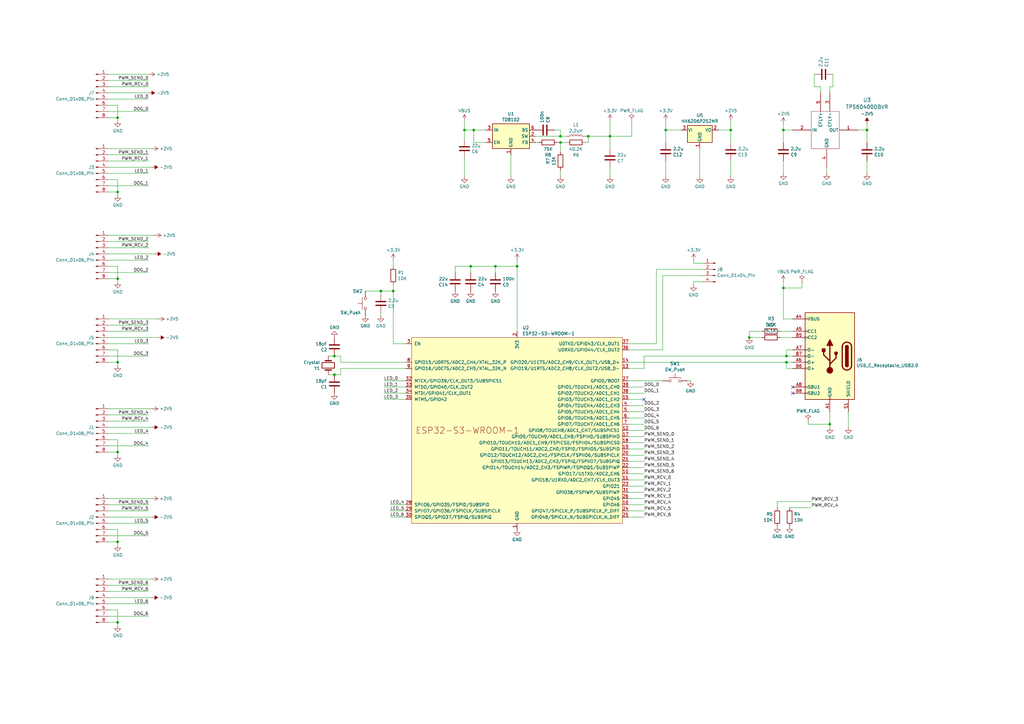
<source format=kicad_sch>
(kicad_sch (version 20230121) (generator eeschema)
  (paper "A3")
  (title_block (title "Timergate-Receiver") (date "2023-11-14") (rev "A0"))
  (lib_symbols
    (symbol "Connector:Conn_01x04_Pin" (pin_names (offset 1.016) hide)
      (property "Reference" "J" (at 0 5.08 0))
      (property "Value" "Conn_01x04_Pin" (at 0 -7.62 0))
      (symbol "Conn_01x04_Pin_1_1"
        (pin passive line (at 5.08 2.54 180) (length 3.81) (name "Pin_1") (number "1"))
        (pin passive line (at 5.08 0 180) (length 3.81) (name "Pin_2") (number "2"))
        (pin passive line (at 5.08 -2.54 180) (length 3.81) (name "Pin_3") (number "3"))
        (pin passive line (at 5.08 -5.08 180) (length 3.81) (name "Pin_4") (number "4"))
      )
    )
    (symbol "Connector:Conn_01x08_Pin" (pin_names (offset 1.016) hide)
      (property "Reference" "J" (at 0 10.16 0))
      (property "Value" "Conn_01x08_Pin" (at 0 -12.7 0))
      (symbol "Conn_01x08_Pin_1_1"
        (pin passive line (at 5.08 7.62 180) (length 3.81) (name "Pin_1") (number "1"))
        (pin passive line (at 5.08 5.08 180) (length 3.81) (name "Pin_2") (number "2"))
        (pin passive line (at 5.08 2.54 180) (length 3.81) (name "Pin_3") (number "3"))
        (pin passive line (at 5.08 0 180) (length 3.81) (name "Pin_4") (number "4"))
        (pin passive line (at 5.08 -2.54 180) (length 3.81) (name "Pin_5") (number "5"))
        (pin passive line (at 5.08 -5.08 180) (length 3.81) (name "Pin_6") (number "6"))
        (pin passive line (at 5.08 -7.62 180) (length 3.81) (name "Pin_7") (number "7"))
        (pin passive line (at 5.08 -10.16 180) (length 3.81) (name "Pin_8") (number "8"))
      )
    )
    (symbol "Devent:TD8102"
      (property "Reference" "U" (at -7.62 6.35 0))
      (property "Value" "TD8102" (at 0 6.35 0))
      (symbol "TD8102_1_1"
        (pin power_in line (at 0 -7.62 90) (length 2.54) (name "GND") (number "1"))
        (pin passive line (at 10.16 0 180) (length 2.54) (name "SW") (number "2"))
        (pin power_in line (at -10.16 2.54 0) (length 2.54) (name "IN") (number "3"))
        (pin input line (at 10.16 -2.54 180) (length 2.54) (name "FB") (number "4"))
        (pin input line (at -10.16 -2.54 0) (length 2.54) (name "EN") (number "5"))
        (pin passive line (at 10.16 2.54 180) (length 2.54) (name "BS") (number "6"))
      )
    )
    (symbol "Devent:TPS60400DBVR" (pin_names (offset 0.254))
      (property "Reference" "U" (at 13.97 8.89 0))
      (property "Value" "TPS60400DBVR" (at 13.97 6.35 0))
      (symbol "TPS60400DBVR_1_1"
        (pin power_out line (at 26.67 -2.54 180) (length 7.62) (name "OUT") (number "1"))
        (pin power_in line (at 0 -2.54 0) (length 7.62) (name "IN") (number "2"))
        (pin passive line (at 15.24 12.7 270) (length 7.62) (name "CFLY-") (number "3"))
        (pin power_in line (at 13.97 -17.78 90) (length 7.62) (name "GND") (number "4"))
        (pin passive line (at 11.43 12.7 270) (length 7.62) (name "CFLY+") (number "5"))
      )
    )
    (symbol "Devent:USB_C_Receptacle_USB2.0" (pin_names (offset 1.016))
      (property "Reference" "J6" (at -10.922 -1.5494 0))
      (property "Value" "USB_C_Receptacle_USB2.0" (at -10.922 -3.8608 0))
      (symbol "USB_C_Receptacle_USB2.0_1_1"
        (pin power_in line (at 0 -22.86 90) (length 5.08) (name "GND") (number "A1"))
        (pin passive line (at 0 -22.86 90) (length 5.08) hide (name "GND") (number "A12"))
        (pin power_in line (at 15.24 15.24 180) (length 5.08) (name "VBUS") (number "A4"))
        (pin bidirectional line (at 15.24 10.16 180) (length 5.08) (name "CC1") (number "A5"))
        (pin bidirectional line (at 15.24 -2.54 180) (length 5.08) (name "D+") (number "A6"))
        (pin bidirectional line (at 15.24 2.54 180) (length 5.08) (name "D-") (number "A7"))
        (pin bidirectional line (at 15.24 -12.7 180) (length 5.08) (name "SBU1") (number "A8"))
        (pin passive line (at 15.24 15.24 180) (length 5.08) hide (name "VBUS") (number "A9"))
        (pin bidirectional line (at 15.24 7.62 180) (length 5.08) (name "CC2") (number "B5"))
        (pin bidirectional line (at 15.24 -5.08 180) (length 5.08) (name "D+") (number "B6"))
        (pin bidirectional line (at 15.24 0 180) (length 5.08) (name "D-") (number "B7"))
        (pin bidirectional line (at 15.24 -15.24 180) (length 5.08) (name "SBU2") (number "B8"))
        (pin passive line (at -7.62 -22.86 90) (length 5.08) (name "SHIELD") (number "S1"))
      )
    )
    (symbol "Device:C" (pin_numbers hide) (pin_names (offset 0.254))
      (property "Reference" "C" (at 0.635 2.54 0))
      (property "Value" "C" (at 0.635 -2.54 0))
      (symbol "C_1_1"
        (pin passive line (at 0 3.81 270) (length 2.794) (name "~") (number "1"))
        (pin passive line (at 0 -3.81 90) (length 2.794) (name "~") (number "2"))
      )
    )
    (symbol "Device:Crystal" (pin_numbers hide) (pin_names (offset 1.016) hide)
      (property "Reference" "Y" (at 0 3.81 0))
      (property "Value" "Crystal" (at 0 -3.81 0))
      (symbol "Crystal_1_1"
        (pin passive line (at -3.81 0 0) (length 1.27) (name "1") (number "1"))
        (pin passive line (at 3.81 0 180) (length 1.27) (name "2") (number "2"))
      )
    )
    (symbol "Device:L" (pin_numbers hide) (pin_names (offset 1.016) hide)
      (property "Reference" "L" (at -1.27 0 90))
      (property "Value" "L" (at 1.905 0 90))
      (symbol "L_1_1"
        (pin passive line (at 0 3.81 270) (length 1.27) (name "1") (number "1"))
        (pin passive line (at 0 -3.81 90) (length 1.27) (name "2") (number "2"))
      )
    )
    (symbol "Device:R" (pin_numbers hide) (pin_names (offset 0))
      (property "Reference" "R" (at 2.032 0 90))
      (property "Value" "R" (at 0 0 90))
      (symbol "R_1_1"
        (pin passive line (at 0 3.81 270) (length 1.27) (name "~") (number "1"))
        (pin passive line (at 0 -3.81 90) (length 1.27) (name "~") (number "2"))
      )
    )
    (symbol "PCM_Espressif:ESP32-S3-WROOM-1" (pin_names (offset 1.016))
      (property "Reference" "U" (at -43.18 43.18 0))
      (property "Value" "ESP32-S3-WROOM-1" (at -43.18 40.64 0))
      (symbol "ESP32-S3-WROOM-1_0_0"
        (text "ESP32-S3-WROOM-1" (at -20.32 0 0) (effects (font (size 2.54 2.54))))
        (pin power_in line (at 0 -40.64 90) (length 2.54) (name "GND") (number "1"))
        (pin bidirectional line (at 45.72 -17.78 180) (length 2.54) (name "GPIO17/U1TXD/ADC2_CH6") (number "10"))
        (pin bidirectional line (at 45.72 -20.32 180) (length 2.54) (name "GPIO18/U1RXD/ADC2_CH7/CLK_OUT3") (number "11"))
        (pin bidirectional line (at 45.72 0 180) (length 2.54) (name "GPIO8/TOUCH8/ADC1_CH7/SUBSPICS1") (number "12"))
        (pin bidirectional line (at 45.72 25.4 180) (length 2.54) (name "GPIO19/U1RTS/ADC2_CH8/CLK_OUT2/USB_D-") (number "13"))
        (pin bidirectional line (at 45.72 27.94 180) (length 2.54) (name "GPIO20/U1CTS/ADC2_CH9/CLK_OUT1/USB_D+") (number "14"))
        (pin bidirectional line (at 45.72 12.7 180) (length 2.54) (name "GPIO3/TOUCH3/ADC1_CH2") (number "15"))
        (pin bidirectional line (at 45.72 -30.48 180) (length 2.54) (name "GPIO46") (number "16"))
        (pin bidirectional line (at 45.72 -2.54 180) (length 2.54) (name "GPIO9/TOUCH9/ADC1_CH8/FSPIHD/SUBSPIHD") (number "17"))
        (pin bidirectional line (at 45.72 -5.08 180) (length 2.54) (name "GPIO10/TOUCH10/ADC1_CH9/FSPICS0/FSPIIO4/SUBSPICS0") (number "18"))
        (pin bidirectional line (at 45.72 -7.62 180) (length 2.54) (name "GPIO11/TOUCH11/ADC2_CH0/FSPID/FSPIIO5/SUBSPID") (number "19"))
        (pin power_in line (at 0 40.64 270) (length 2.54) (name "3V3") (number "2"))
        (pin bidirectional line (at 45.72 -10.16 180) (length 2.54) (name "GPIO12/TOUCH12/ADC2_CH1/FSPICLK/FSPIIO6/SUBSPICLK") (number "20"))
        (pin bidirectional line (at 45.72 -12.7 180) (length 2.54) (name "GPIO13/TOUCH13/ADC2_CH2/FSPIQ/FSPIIO7/SUBSPIQ") (number "21"))
        (pin bidirectional line (at 45.72 -15.24 180) (length 2.54) (name "GPIO14/TOUCH14/ADC2_CH3/FSPIWP/FSPIDQS/SUBSPIWP") (number "22"))
        (pin bidirectional line (at 45.72 -22.86 180) (length 2.54) (name "GPIO21") (number "23"))
        (pin bidirectional line (at 45.72 -33.02 180) (length 2.54) (name "GPIO47/SPICLK_P/SUBSPICLK_P_DIFF") (number "24"))
        (pin bidirectional line (at 45.72 -35.56 180) (length 2.54) (name "GPIO48/SPICLK_N/SUBSPICLK_N_DIFF") (number "25"))
        (pin bidirectional line (at 45.72 -27.94 180) (length 2.54) (name "GPIO45") (number "26"))
        (pin bidirectional line (at 45.72 20.32 180) (length 2.54) (name "GPIO0/BOOT") (number "27"))
        (pin bidirectional line (at -45.72 -30.48 0) (length 2.54) (name "SPIIO6/GPIO35/FSPID/SUBSPID") (number "28"))
        (pin bidirectional line (at -45.72 -33.02 0) (length 2.54) (name "SPIIO7/GPIO36/FSPICLK/SUBSPICLK") (number "29"))
        (pin input line (at -45.72 35.56 0) (length 2.54) (name "EN") (number "3"))
        (pin bidirectional line (at -45.72 -35.56 0) (length 2.54) (name "SPIDQS/GPIO37/FSPIQ/SUBSPIQ") (number "30"))
        (pin bidirectional line (at 45.72 -25.4 180) (length 2.54) (name "GPIO38/FSPIWP/SUBSPIWP") (number "31"))
        (pin bidirectional line (at -45.72 20.32 0) (length 2.54) (name "MTCK/GPIO39/CLK_OUT3/SUBSPICS1") (number "32"))
        (pin bidirectional line (at -45.72 17.78 0) (length 2.54) (name "MTDO/GPIO40/CLK_OUT2") (number "33"))
        (pin bidirectional line (at -45.72 15.24 0) (length 2.54) (name "MTDI/GPIO41/CLK_OUT1") (number "34"))
        (pin bidirectional line (at -45.72 12.7 0) (length 2.54) (name "MTMS/GPIO42") (number "35"))
        (pin bidirectional line (at 45.72 33.02 180) (length 2.54) (name "U0RXD/GPIO44/CLK_OUT2") (number "36"))
        (pin bidirectional line (at 45.72 35.56 180) (length 2.54) (name "U0TXD/GPIO43/CLK_OUT1") (number "37"))
        (pin bidirectional line (at 45.72 15.24 180) (length 2.54) (name "GPIO2/TOUCH2/ADC1_CH1") (number "38"))
        (pin bidirectional line (at 45.72 17.78 180) (length 2.54) (name "GPIO1/TOUCH1/ADC1_CH0") (number "39"))
        (pin bidirectional line (at 45.72 10.16 180) (length 2.54) (name "GPIO4/TOUCH4/ADC1_CH3") (number "4"))
        (pin passive line (at 0 -40.64 90) (length 2.54) hide (name "GND") (number "40"))
        (pin passive line (at 0 -40.64 90) (length 2.54) hide (name "GND") (number "41"))
        (pin bidirectional line (at 45.72 7.62 180) (length 2.54) (name "GPIO5/TOUCH5/ADC1_CH4") (number "5"))
        (pin bidirectional line (at 45.72 5.08 180) (length 2.54) (name "GPIO6/TOUCH6/ADC1_CH5") (number "6"))
        (pin bidirectional line (at 45.72 2.54 180) (length 2.54) (name "GPIO7/TOUCH7/ADC1_CH6") (number "7"))
        (pin bidirectional line (at -45.72 27.94 0) (length 2.54) (name "GPIO15/U0RTS/ADC2_CH4/XTAL_32K_P") (number "8"))
        (pin bidirectional line (at -45.72 25.4 0) (length 2.54) (name "GPIO16/U0CTS/ADC2_CH5/XTAL_32K_N") (number "9"))
      )
    )
    (symbol "Regulator_Linear:XC6206PxxxMR" (pin_names (offset 0.254))
      (property "Reference" "U" (at -3.81 3.175 0))
      (property "Value" "XC6206PxxxMR" (at 0 3.175 0))
      (symbol "XC6206PxxxMR_1_1"
        (pin power_in line (at 0 -7.62 90) (length 2.54) (name "GND") (number "1"))
        (pin power_out line (at 7.62 0 180) (length 2.54) (name "VO") (number "2"))
        (pin power_in line (at -7.62 0 0) (length 2.54) (name "VI") (number "3"))
      )
    )
    (symbol "Switch:SW_Push" (pin_numbers hide) (pin_names (offset 1.016) hide)
      (property "Reference" "SW" (at 1.27 2.54 0))
      (property "Value" "SW_Push" (at 0 -1.524 0))
      (symbol "SW_Push_0_1"
        (pin passive line (at -5.08 0 0) (length 2.54) (name "1") (number "1"))
        (pin passive line (at 5.08 0 180) (length 2.54) (name "2") (number "2"))
      )
    )
    (symbol "power:+2V5" (power) (pin_names (offset 0))
      (property "Value" "+2V5" (at 0 3.556 0))
      (symbol "+2V5_1_1"
        (pin power_in line (at 0 0 90) (length 0) hide (name "+2V5") (number "1"))
      )
    )
    (symbol "power:+3.3V" (power) (pin_names (offset 0))
      (property "Value" "+3.3V" (at 0 3.556 0))
      (symbol "+3.3V_1_1"
        (pin power_in line (at 0 0 90) (length 0) hide (name "+3.3V") (number "1"))
      )
    )
    (symbol "power:-2V5" (power) (pin_names (offset 0))
      (property "Value" "-2V5" (at 0 3.81 0))
      (symbol "-2V5_0_0"
        (pin power_in line (at 0 0 90) (length 0) hide (name "-2V5") (number "1"))
      )
    )
    (symbol "power:GND" (power) (pin_names (offset 0))
      (property "Value" "GND" (at 0 -3.81 0))
      (symbol "GND_1_1"
        (pin power_in line (at 0 0 270) (length 0) hide (name "GND") (number "1"))
      )
    )
    (symbol "power:PWR_FLAG" (power) (pin_numbers hide) (pin_names (offset 0) hide)
      (property "Value" "PWR_FLAG" (at 0 3.81 0))
      (symbol "PWR_FLAG_0_0"
        (pin power_out line (at 0 0 90) (length 0) (name "pwr") (number "1"))
      )
    )
    (symbol "power:VBUS" (power) (pin_names (offset 0))
      (property "Value" "VBUS" (at 0 3.81 0))
      (symbol "VBUS_1_1"
        (pin power_in line (at 0 0 90) (length 0) hide (name "VBUS") (number "1"))
      )
    )
  )
  (junction (at 212.09 109.22))
  (junction (at 229.87 55.88))
  (junction (at 48.26 148.59))
  (junction (at 229.87 58.42))
  (junction (at 48.26 185.42))
  (junction (at 322.58 148.59))
  (junction (at 137.16 153.67))
  (junction (at 48.26 255.27))
  (junction (at 48.26 78.74))
  (junction (at 194.31 53.34))
  (junction (at 161.29 119.38))
  (junction (at 307.34 138.43))
  (junction (at 299.72 53.34))
  (junction (at 137.16 146.05))
  (junction (at 48.26 222.25))
  (junction (at 321.31 118.11))
  (junction (at 241.3 55.88))
  (junction (at 190.5 53.34))
  (junction (at 250.19 55.88))
  (junction (at 355.6 53.34))
  (junction (at 156.21 119.38))
  (junction (at 203.2 109.22))
  (junction (at 273.05 53.34))
  (junction (at 321.31 53.34))
  (junction (at 340.36 173.99))
  (junction (at 48.26 48.26))
  (junction (at 322.58 146.05))
  (junction (at 48.26 114.3))
  (junction (at 193.04 109.22))
  (no_connect (at 325.12 161.29))
  (no_connect (at 264.16 163.83))
  (no_connect (at 325.12 158.75))
  (wire (pts (xy 44.45 240.03) (xy 60.96 240.03)))
  (wire (pts (xy 271.78 113.03) (xy 288.29 113.03)))
  (wire (pts (xy 44.45 130.81) (xy 64.77 130.81)))
  (wire (pts (xy 156.21 120.65) (xy 156.21 119.38)))
  (wire (pts (xy 228.6 58.42) (xy 229.87 58.42)))
  (wire (pts (xy 355.6 66.04) (xy 355.6 71.12)))
  (wire (pts (xy 48.26 186.69) (xy 48.26 185.42)))
  (wire (pts (xy 48.26 148.59) (xy 44.45 148.59)))
  (wire (pts (xy 48.26 109.22) (xy 48.26 114.3)))
  (wire (pts (xy 257.81 194.31) (xy 264.16 194.31)))
  (wire (pts (xy 44.45 217.17) (xy 48.26 217.17)))
  (wire (pts (xy 257.81 209.55) (xy 264.16 209.55)))
  (wire (pts (xy 257.81 199.39) (xy 264.16 199.39)))
  (wire (pts (xy 48.26 49.53) (xy 48.26 48.26)))
  (wire (pts (xy 161.29 109.22) (xy 161.29 106.68)))
  (wire (pts (xy 193.04 109.22) (xy 186.69 109.22)))
  (wire (pts (xy 157.48 156.21) (xy 166.37 156.21)))
  (wire (pts (xy 137.16 146.05) (xy 134.62 146.05)))
  (wire (pts (xy 288.29 115.57) (xy 284.48 115.57)))
  (wire (pts (xy 157.48 163.83) (xy 166.37 163.83)))
  (wire (pts (xy 44.45 66.04) (xy 60.96 66.04)))
  (wire (pts (xy 355.6 53.34) (xy 355.6 58.42)))
  (wire (pts (xy 44.45 40.64) (xy 60.96 40.64)))
  (wire (pts (xy 157.48 158.75) (xy 166.37 158.75)))
  (wire (pts (xy 229.87 69.85) (xy 229.87 72.39)))
  (wire (pts (xy 44.45 180.34) (xy 48.26 180.34)))
  (wire (pts (xy 48.26 149.86) (xy 48.26 148.59)))
  (wire (pts (xy 336.55 38.1) (xy 336.55 35.56)))
  (wire (pts (xy 321.31 118.11) (xy 321.31 130.81)))
  (wire (pts (xy 264.16 146.05) (xy 264.16 151.13)))
  (wire (pts (xy 257.81 143.51) (xy 271.78 143.51)))
  (wire (pts (xy 299.72 49.53) (xy 299.72 53.34)))
  (wire (pts (xy 287.02 72.39) (xy 287.02 60.96)))
  (wire (pts (xy 219.71 58.42) (xy 220.98 58.42)))
  (wire (pts (xy 139.7 153.67) (xy 137.16 153.67)))
  (wire (pts (xy 257.81 151.13) (xy 264.16 151.13)))
  (wire (pts (xy 257.81 148.59) (xy 322.58 148.59)))
  (wire (pts (xy 44.45 172.72) (xy 60.96 172.72)))
  (wire (pts (xy 156.21 129.54) (xy 156.21 128.27)))
  (wire (pts (xy 257.81 204.47) (xy 264.16 204.47)))
  (wire (pts (xy 288.29 107.95) (xy 284.48 107.95)))
  (wire (pts (xy 257.81 168.91) (xy 264.16 168.91)))
  (wire (pts (xy 322.58 146.05) (xy 325.12 146.05)))
  (wire (pts (xy 257.81 186.69) (xy 264.16 186.69)))
  (wire (pts (xy 273.05 72.39) (xy 273.05 66.04)))
  (wire (pts (xy 250.19 55.88) (xy 250.19 60.96)))
  (wire (pts (xy 340.36 175.26) (xy 340.36 173.99)))
  (wire (pts (xy 139.7 151.13) (xy 139.7 153.67)))
  (wire (pts (xy 241.3 55.88) (xy 250.19 55.88)))
  (wire (pts (xy 44.45 73.66) (xy 48.26 73.66)))
  (wire (pts (xy 339.09 71.12) (xy 339.09 68.58)))
  (wire (pts (xy 44.45 167.64) (xy 62.23 167.64)))
  (wire (pts (xy 257.81 156.21) (xy 271.78 156.21)))
  (wire (pts (xy 44.45 182.88) (xy 60.96 182.88)))
  (wire (pts (xy 194.31 53.34) (xy 190.5 53.34)))
  (wire (pts (xy 44.45 96.52) (xy 63.5 96.52)))
  (wire (pts (xy 299.72 53.34) (xy 299.72 58.42)))
  (wire (pts (xy 137.16 153.67) (xy 134.62 153.67)))
  (wire (pts (xy 44.45 30.48) (xy 60.96 30.48)))
  (wire (pts (xy 341.63 30.48) (xy 341.63 35.56)))
  (wire (pts (xy 212.09 109.22) (xy 212.09 135.89)))
  (wire (pts (xy 48.26 185.42) (xy 44.45 185.42)))
  (wire (pts (xy 44.45 45.72) (xy 60.96 45.72)))
  (wire (pts (xy 186.69 109.22) (xy 186.69 111.76)))
  (wire (pts (xy 257.81 163.83) (xy 264.16 163.83)))
  (wire (pts (xy 325.12 130.81) (xy 321.31 130.81)))
  (wire (pts (xy 48.26 217.17) (xy 48.26 222.25)))
  (wire (pts (xy 62.23 68.58) (xy 44.45 68.58)))
  (wire (pts (xy 44.45 140.97) (xy 60.96 140.97)))
  (wire (pts (xy 44.45 35.56) (xy 60.96 35.56)))
  (wire (pts (xy 161.29 140.97) (xy 166.37 140.97)))
  (wire (pts (xy 257.81 201.93) (xy 264.16 201.93)))
  (wire (pts (xy 279.4 53.34) (xy 273.05 53.34)))
  (wire (pts (xy 44.45 33.02) (xy 60.96 33.02)))
  (wire (pts (xy 284.48 107.95) (xy 284.48 106.68)))
  (wire (pts (xy 190.5 53.34) (xy 190.5 49.53)))
  (wire (pts (xy 160.02 209.55) (xy 166.37 209.55)))
  (wire (pts (xy 340.36 38.1) (xy 340.36 35.56)))
  (wire (pts (xy 160.02 212.09) (xy 166.37 212.09)))
  (wire (pts (xy 281.94 156.21) (xy 283.21 156.21)))
  (wire (pts (xy 62.23 245.11) (xy 44.45 245.11)))
  (wire (pts (xy 190.5 53.34) (xy 190.5 57.15)))
  (wire (pts (xy 48.26 78.74) (xy 44.45 78.74)))
  (wire (pts (xy 166.37 148.59) (xy 139.7 148.59)))
  (wire (pts (xy 44.45 204.47) (xy 62.23 204.47)))
  (wire (pts (xy 44.45 106.68) (xy 60.96 106.68)))
  (wire (pts (xy 320.04 135.89) (xy 325.12 135.89)))
  (wire (pts (xy 229.87 53.34) (xy 229.87 55.88)))
  (wire (pts (xy 322.58 143.51) (xy 322.58 146.05)))
  (wire (pts (xy 44.45 109.22) (xy 48.26 109.22)))
  (wire (pts (xy 63.5 104.14) (xy 44.45 104.14)))
  (wire (pts (xy 269.24 110.49) (xy 288.29 110.49)))
  (wire (pts (xy 321.31 118.11) (xy 328.93 118.11)))
  (wire (pts (xy 340.36 173.99) (xy 340.36 168.91)))
  (wire (pts (xy 161.29 119.38) (xy 161.29 116.84)))
  (wire (pts (xy 259.08 49.53) (xy 259.08 55.88)))
  (wire (pts (xy 229.87 55.88) (xy 232.41 55.88)))
  (wire (pts (xy 257.81 196.85) (xy 264.16 196.85)))
  (wire (pts (xy 212.09 106.68) (xy 212.09 109.22)))
  (wire (pts (xy 48.26 256.54) (xy 48.26 255.27)))
  (wire (pts (xy 321.31 71.12) (xy 321.31 66.04)))
  (wire (pts (xy 264.16 158.75) (xy 257.81 158.75)))
  (wire (pts (xy 48.26 115.57) (xy 48.26 114.3)))
  (wire (pts (xy 336.55 35.56) (xy 334.01 35.56)))
  (wire (pts (xy 48.26 80.01) (xy 48.26 78.74)))
  (wire (pts (xy 48.26 223.52) (xy 48.26 222.25)))
  (wire (pts (xy 199.39 58.42) (xy 194.31 58.42)))
  (wire (pts (xy 156.21 119.38) (xy 161.29 119.38)))
  (wire (pts (xy 331.47 172.72) (xy 331.47 173.99)))
  (wire (pts (xy 320.04 138.43) (xy 325.12 138.43)))
  (wire (pts (xy 44.45 242.57) (xy 60.96 242.57)))
  (wire (pts (xy 229.87 58.42) (xy 229.87 62.23)))
  (wire (pts (xy 193.04 111.76) (xy 193.04 109.22)))
  (wire (pts (xy 44.45 135.89) (xy 60.96 135.89)))
  (wire (pts (xy 199.39 53.34) (xy 194.31 53.34)))
  (wire (pts (xy 156.21 119.38) (xy 149.86 119.38)))
  (wire (pts (xy 257.81 171.45) (xy 264.16 171.45)))
  (wire (pts (xy 44.45 252.73) (xy 60.96 252.73)))
  (wire (pts (xy 257.81 166.37) (xy 264.16 166.37)))
  (wire (pts (xy 44.45 63.5) (xy 60.96 63.5)))
  (wire (pts (xy 321.31 53.34) (xy 321.31 58.42)))
  (wire (pts (xy 194.31 58.42) (xy 194.31 53.34)))
  (wire (pts (xy 318.77 205.74) (xy 318.77 208.28)))
  (wire (pts (xy 219.71 55.88) (xy 229.87 55.88)))
  (wire (pts (xy 48.26 143.51) (xy 48.26 148.59)))
  (wire (pts (xy 44.45 101.6) (xy 60.96 101.6)))
  (wire (pts (xy 44.45 60.96) (xy 62.23 60.96)))
  (wire (pts (xy 351.79 53.34) (xy 355.6 53.34)))
  (wire (pts (xy 44.45 247.65) (xy 60.96 247.65)))
  (wire (pts (xy 44.45 207.01) (xy 60.96 207.01)))
  (wire (pts (xy 44.45 209.55) (xy 60.96 209.55)))
  (wire (pts (xy 259.08 55.88) (xy 250.19 55.88)))
  (wire (pts (xy 48.26 222.25) (xy 44.45 222.25)))
  (wire (pts (xy 232.41 58.42) (xy 229.87 58.42)))
  (wire (pts (xy 271.78 143.51) (xy 271.78 113.03)))
  (wire (pts (xy 44.45 170.18) (xy 60.96 170.18)))
  (wire (pts (xy 48.26 250.19) (xy 48.26 255.27)))
  (wire (pts (xy 269.24 140.97) (xy 269.24 110.49)))
  (wire (pts (xy 257.81 191.77) (xy 264.16 191.77)))
  (wire (pts (xy 312.42 135.89) (xy 307.34 135.89)))
  (wire (pts (xy 44.45 43.18) (xy 48.26 43.18)))
  (wire (pts (xy 44.45 71.12) (xy 60.96 71.12)))
  (wire (pts (xy 325.12 143.51) (xy 322.58 143.51)))
  (wire (pts (xy 209.55 72.39) (xy 209.55 63.5)))
  (wire (pts (xy 190.5 72.39) (xy 190.5 64.77)))
  (wire (pts (xy 157.48 161.29) (xy 166.37 161.29)))
  (wire (pts (xy 64.77 138.43) (xy 44.45 138.43)))
  (wire (pts (xy 44.45 146.05) (xy 60.96 146.05)))
  (wire (pts (xy 62.23 175.26) (xy 44.45 175.26)))
  (wire (pts (xy 139.7 146.05) (xy 137.16 146.05)))
  (wire (pts (xy 322.58 148.59) (xy 325.12 148.59)))
  (wire (pts (xy 60.96 38.1) (xy 44.45 38.1)))
  (wire (pts (xy 299.72 72.39) (xy 299.72 66.04)))
  (wire (pts (xy 340.36 35.56) (xy 341.63 35.56)))
  (wire (pts (xy 62.23 212.09) (xy 44.45 212.09)))
  (wire (pts (xy 44.45 143.51) (xy 48.26 143.51)))
  (wire (pts (xy 257.81 140.97) (xy 269.24 140.97)))
  (wire (pts (xy 257.81 184.15) (xy 264.16 184.15)))
  (wire (pts (xy 44.45 177.8) (xy 60.96 177.8)))
  (wire (pts (xy 331.47 173.99) (xy 340.36 173.99)))
  (wire (pts (xy 264.16 161.29) (xy 257.81 161.29)))
  (wire (pts (xy 139.7 148.59) (xy 139.7 146.05)))
  (wire (pts (xy 257.81 176.53) (xy 264.16 176.53)))
  (wire (pts (xy 322.58 151.13) (xy 322.58 148.59)))
  (wire (pts (xy 334.01 30.48) (xy 334.01 35.56)))
  (wire (pts (xy 44.45 219.71) (xy 60.96 219.71)))
  (wire (pts (xy 347.98 175.26) (xy 347.98 168.91)))
  (wire (pts (xy 44.45 76.2) (xy 60.96 76.2)))
  (wire (pts (xy 44.45 111.76) (xy 60.96 111.76)))
  (wire (pts (xy 323.85 208.28) (xy 332.74 208.28)))
  (wire (pts (xy 166.37 151.13) (xy 139.7 151.13)))
  (wire (pts (xy 257.81 173.99) (xy 264.16 173.99)))
  (wire (pts (xy 325.12 151.13) (xy 322.58 151.13)))
  (wire (pts (xy 44.45 214.63) (xy 60.96 214.63)))
  (wire (pts (xy 241.3 55.88) (xy 241.3 58.42)))
  (wire (pts (xy 44.45 133.35) (xy 60.96 133.35)))
  (wire (pts (xy 48.26 255.27) (xy 44.45 255.27)))
  (wire (pts (xy 44.45 250.19) (xy 48.26 250.19)))
  (wire (pts (xy 307.34 138.43) (xy 312.42 138.43)))
  (wire (pts (xy 240.03 58.42) (xy 241.3 58.42)))
  (wire (pts (xy 250.19 72.39) (xy 250.19 68.58)))
  (wire (pts (xy 318.77 205.74) (xy 332.74 205.74)))
  (wire (pts (xy 227.33 53.34) (xy 229.87 53.34)))
  (wire (pts (xy 321.31 115.57) (xy 321.31 118.11)))
  (wire (pts (xy 257.81 212.09) (xy 264.16 212.09)))
  (wire (pts (xy 250.19 49.53) (xy 250.19 55.88)))
  (wire (pts (xy 257.81 179.07) (xy 264.16 179.07)))
  (wire (pts (xy 294.64 53.34) (xy 299.72 53.34)))
  (wire (pts (xy 203.2 109.22) (xy 203.2 111.76)))
  (wire (pts (xy 257.81 189.23) (xy 264.16 189.23)))
  (wire (pts (xy 193.04 109.22) (xy 203.2 109.22)))
  (wire (pts (xy 161.29 119.38) (xy 161.29 140.97)))
  (wire (pts (xy 48.26 73.66) (xy 48.26 78.74)))
  (wire (pts (xy 273.05 53.34) (xy 273.05 58.42)))
  (wire (pts (xy 44.45 237.49) (xy 62.23 237.49)))
  (wire (pts (xy 273.05 53.34) (xy 273.05 49.53)))
  (wire (pts (xy 321.31 53.34) (xy 321.31 50.8)))
  (wire (pts (xy 44.45 99.06) (xy 60.96 99.06)))
  (wire (pts (xy 355.6 53.34) (xy 355.6 50.8)))
  (wire (pts (xy 48.26 114.3) (xy 44.45 114.3)))
  (wire (pts (xy 203.2 109.22) (xy 212.09 109.22)))
  (wire (pts (xy 284.48 115.57) (xy 284.48 116.84)))
  (wire (pts (xy 160.02 207.01) (xy 166.37 207.01)))
  (wire (pts (xy 257.81 181.61) (xy 264.16 181.61)))
  (wire (pts (xy 307.34 135.89) (xy 307.34 138.43)))
  (wire (pts (xy 48.26 48.26) (xy 44.45 48.26)))
  (wire (pts (xy 257.81 207.01) (xy 264.16 207.01)))
  (wire (pts (xy 240.03 55.88) (xy 241.3 55.88)))
  (wire (pts (xy 48.26 43.18) (xy 48.26 48.26)))
  (wire (pts (xy 48.26 180.34) (xy 48.26 185.42)))
  (wire (pts (xy 325.12 53.34) (xy 321.31 53.34)))
  (wire (pts (xy 328.93 118.11) (xy 328.93 115.57)))
  (wire (pts (xy 264.16 146.05) (xy 322.58 146.05)))
  (label "DOG_6" (at 264.16 176.53 0))
  (label "PWM_SEND_3" (at 264.16 186.69 0))
  (label "LED_6" (at 160.02 212.09 0))
  (label "PWM_SEND_3" (at 60.96 133.35 180))
  (label "LED_5" (at 160.02 209.55 0))
  (label "DOG_1" (at 264.16 161.29 0))
  (label "PWM_RCV_5" (at 264.16 209.55 0))
  (label "PWM_SEND_0" (at 264.16 179.07 0))
  (label "PWM_RCV_2" (at 264.16 201.93 0))
  (label "LED_0" (at 157.48 156.21 0))
  (label "DOG_1" (at 60.96 76.2 180))
  (label "DOG_3" (at 60.96 146.05 180))
  (label "DOG_4" (at 60.96 182.88 180))
  (label "DOG_5" (at 60.96 219.71 180))
  (label "PWM_SEND_6" (at 264.16 194.31 0))
  (label "LED_1" (at 60.96 71.12 180))
  (label "PWM_RCV_1" (at 264.16 199.39 0))
  (label "PWM_RCV_0" (at 60.96 35.56 180))
  (label "DOG_0" (at 264.16 158.75 0))
  (label "DOG_2" (at 60.96 111.76 180))
  (label "PWM_RCV_3" (at 264.16 204.47 0))
  (label "LED_3" (at 60.96 140.97 180))
  (label "PWM_RCV_3" (at 60.96 135.89 180))
  (label "PWM_RCV_3" (at 332.74 205.74 0))
  (label "DOG_4" (at 264.16 171.45 0))
  (label "PWM_SEND_2" (at 60.96 99.06 180))
  (label "PWM_SEND_1" (at 60.96 63.5 180))
  (label "LED_1" (at 157.48 158.75 0))
  (label "PWM_RCV_4" (at 332.74 208.28 0))
  (label "DOG_3" (at 264.16 168.91 0))
  (label "LED_0" (at 60.96 40.64 180))
  (label "PWM_SEND_0" (at 60.96 33.02 180))
  (label "PWM_SEND_4" (at 264.16 189.23 0))
  (label "LED_2" (at 60.96 106.68 180))
  (label "LED_5" (at 60.96 214.63 180))
  (label "PWM_SEND_2" (at 264.16 184.15 0))
  (label "LED_2" (at 157.48 161.29 0))
  (label "PWM_RCV_6" (at 60.96 242.57 180))
  (label "DOG_2" (at 264.16 166.37 0))
  (label "PWM_RCV_1" (at 60.96 66.04 180))
  (label "PWM_RCV_4" (at 60.96 172.72 180))
  (label "PWM_SEND_1" (at 264.16 181.61 0))
  (label "PWM_SEND_5" (at 264.16 191.77 0))
  (label "PWM_SEND_6" (at 60.96 240.03 180))
  (label "PWM_RCV_5" (at 60.96 209.55 180))
  (label "PWM_RCV_4" (at 264.16 207.01 0))
  (label "LED_4" (at 60.96 177.8 180))
  (label "DOG_5" (at 264.16 173.99 0))
  (label "PWM_RCV_6" (at 264.16 212.09 0))
  (label "DOG_0" (at 60.96 45.72 180))
  (label "PWM_RCV_2" (at 60.96 101.6 180))
  (label "PWM_SEND_4" (at 60.96 170.18 180))
  (label "PWM_SEND_5" (at 60.96 207.01 180))
  (label "LED_3" (at 157.48 163.83 0))
  (label "DOG_6" (at 60.96 252.73 180))
  (label "LED_4" (at 160.02 207.01 0))
  (label "PWM_RCV_0" (at 264.16 196.85 0))
  (label "LED_6" (at 60.96 247.65 180))
  (symbol (lib_id "power:GND") (at 273.05 72.39 0) (mirror y) (unit 1)
    (property "Reference" "#PWR053" (effects hide))
    (property "Value" "GND" (at 273.05 76.5231 0))
  )
  (symbol (lib_id "power:GND") (at 190.5 72.39 0) (mirror y) (unit 1)
    (property "Reference" "#PWR041" (effects hide))
    (property "Value" "GND" (at 190.5 76.5231 0))
  )
  (symbol (lib_id "power:GND") (at 48.26 223.52 0) (mirror y) (unit 1)
    (property "Reference" "#PWR016" (effects hide))
    (property "Value" "GND" (at 48.26 227.6531 0))
  )
  (symbol (lib_id "power:GND") (at 48.26 149.86 0) (mirror y) (unit 1)
    (property "Reference" "#PWR013" (effects hide))
    (property "Value" "GND" (at 48.26 153.9931 0))
  )
  (symbol (lib_id "power:GND") (at 48.26 49.53 0) (mirror y) (unit 1)
    (property "Reference" "#PWR06" (effects hide))
    (property "Value" "GND" (at 48.26 53.6631 0))
  )
  (symbol (lib_id "power:-2V5") (at 63.5 104.14 270) (mirror x) (unit 1)
    (property "Reference" "#PWR011" (effects hide))
    (property "Value" "-2V5" (at 66.675 104.14 90) (effects (justify left)))
  )
  (symbol (lib_id "power:+3.3V") (at 273.05 49.53 0) (unit 1)
    (property "Reference" "#PWR051" (effects hide))
    (property "Value" "+3.3V" (at 273.05 45.3969 0))
  )
  (symbol (lib_id "power:+2V5") (at 62.23 204.47 270) (mirror x) (unit 1)
    (property "Reference" "#PWR018" (effects hide))
    (property "Value" "+2V5" (at 65.405 204.47 90) (effects (justify left)))
  )
  (symbol (lib_id "Device:R") (at 323.85 212.09 0) (unit 1)
    (property "Reference" "R4" (at 325.628 210.8779 0) (effects (justify left)))
    (property "Value" "10K" (at 325.628 213.3021 0) (effects (justify left)))
    (property "Footprint" "Resistor_SMD:R_0402_1005Metric" (effects hide))
    (property "MPN" "RC0402FR-0710KL" (effects hide))
    (property "SPN" "C60490" (effects hide))
    (property "Supplier" "LCSC" (effects hide))
  )
  (symbol (lib_id "power:GND") (at 347.98 175.26 0) (mirror y) (unit 1)
    (property "Reference" "#PWR030" (effects hide))
    (property "Value" "GND" (at 347.98 179.3931 0))
  )
  (symbol (lib_id "power:PWR_FLAG") (at 328.93 115.57 0) (unit 1)
    (property "Reference" "#FLG01" (effects hide))
    (property "Value" "PWR_FLAG" (at 328.93 111.4369 0))
  )
  (symbol (lib_id "Device:C") (at 223.52 53.34 270) (mirror x) (unit 1)
    (property "Reference" "C8" (at 224.7321 50.419 0) (effects (justify left)))
    (property "Value" "100n" (at 222.3079 50.419 0) (effects (justify left)))
    (property "Footprint" "Capacitor_SMD:C_0402_1005Metric" (effects hide))
    (property "MPN" "CC0402KRX5R9BB104" (effects hide))
    (property "SPN" "C105882" (effects hide))
    (property "Supplier" "LCSC" (effects hide))
  )
  (symbol (lib_id "Device:C") (at 250.19 64.77 0) (mirror x) (unit 1)
    (property "Reference" "C7" (at 253.111 65.9821 0) (effects (justify left)))
    (property "Value" "22u" (at 253.111 63.5579 0) (effects (justify left)))
    (property "Footprint" "Capacitor_SMD:C_0805_2012Metric" (effects hide))
    (property "MPN" "CL21A226MPQNNNG" (effects hide))
    (property "SPN" "C2762601" (effects hide))
    (property "Supplier" "LCSC" (effects hide))
  )
  (symbol (lib_id "power:GND") (at 318.77 215.9 0) (mirror y) (unit 1)
    (property "Reference" "#PWR037" (effects hide))
    (property "Value" "GND" (at 318.77 220.0331 0))
  )
  (symbol (lib_id "Device:R") (at 236.22 58.42 90) (mirror x) (unit 1)
    (property "Reference" "R6" (at 236.22 63.5803 90))
    (property "Value" "40.2K" (at 236.22 61.1561 90))
    (property "Footprint" "Resistor_SMD:R_0402_1005Metric" (effects hide))
    (property "MPN" "RC0402FR-0739K2L" (effects hide))
    (property "SPN" "C137996" (effects hide))
    (property "Supplier" "LCSC" (effects hide))
  )
  (symbol (lib_id "Device:C") (at 193.04 115.57 0) (mirror x) (unit 1)
    (property "Reference" "C4" (at 195.961 116.7821 0) (effects (justify left)))
    (property "Value" "22u" (at 195.961 114.3579 0) (effects (justify left)))
    (property "Footprint" "Capacitor_SMD:C_0805_2012Metric" (effects hide))
    (property "MPN" "CL21A226MPQNNNG" (effects hide))
    (property "SPN" "C2762601" (effects hide))
    (property "Supplier" "LCSC" (effects hide))
  )
  (symbol (lib_id "Device:R") (at 161.29 113.03 0) (unit 1)
    (property "Reference" "R1" (at 163.068 111.8179 0) (effects (justify left)))
    (property "Value" "10K" (at 163.068 114.2421 0) (effects (justify left)))
    (property "Footprint" "Resistor_SMD:R_0402_1005Metric" (effects hide))
    (property "MPN" "RC0402FR-0710KL" (effects hide))
    (property "SPN" "C60490" (effects hide))
    (property "Supplier" "LCSC" (effects hide))
  )
  (symbol (lib_id "Connector:Conn_01x08_Pin") (at 39.37 104.14 0) (unit 1)
    (property "Reference" "J4" (at 38.6588 104.1979 0) (effects (justify right)))
    (property "Value" "Conn_01x06_Pin" (at 38.6588 106.6221 0) (effects (justify right)))
    (property "Footprint" "Connector_JST:JST_SUR_BM08B-SURS-TF_1x08-1MP_P0.80mm_Vertical" (effects hide))
    (property "MPN" "BM08B-SURS-TF(LF)(SN)" (effects hide))
    (property "SPN" "C5143489" (effects hide))
    (property "Supplier" "LCSC" (effects hide))
  )
  (symbol (lib_id "power:+3.3V") (at 284.48 106.68 0) (unit 1)
    (property "Reference" "#PWR032" (effects hide))
    (property "Value" "+3.3V" (at 284.48 102.5469 0))
  )
  (symbol (lib_id "power:GND") (at 339.09 71.12 0) (mirror y) (unit 1)
    (property "Reference" "#PWR047" (effects hide))
    (property "Value" "GND" (at 339.09 75.2531 0))
  )
  (symbol (lib_id "Device:C") (at 299.72 62.23 0) (mirror x) (unit 1)
    (property "Reference" "C13" (at 302.641 63.4421 0) (effects (justify left)))
    (property "Value" "2.2u" (at 302.641 61.0179 0) (effects (justify left)))
    (property "Footprint" "Capacitor_SMD:C_0402_1005Metric" (effects hide))
    (property "MPN" "CL05A225MQ5NSNC" (effects hide))
    (property "SPN" "C12530" (effects hide))
    (property "Supplier" "LCSC" (effects hide))
  )
  (symbol (lib_id "power:GND") (at 355.6 71.12 0) (mirror y) (unit 1)
    (property "Reference" "#PWR048" (effects hide))
    (property "Value" "GND" (at 355.6 75.2531 0))
  )
  (symbol (lib_id "Device:C") (at 156.21 124.46 0) (mirror x) (unit 1)
    (property "Reference" "C3" (at 159.131 125.6721 0) (effects (justify left)))
    (property "Value" "2.2u" (at 159.131 123.2479 0) (effects (justify left)))
    (property "Footprint" "Capacitor_SMD:C_0402_1005Metric" (effects hide))
    (property "MPN" "CL05A225MQ5NSNC" (effects hide))
    (property "SPN" "C12530" (effects hide))
    (property "Supplier" "LCSC" (effects hide))
  )
  (symbol (lib_id "power:GND") (at 307.34 138.43 0) (mirror y) (unit 1)
    (property "Reference" "#PWR031" (effects hide))
    (property "Value" "GND" (at 307.34 142.5631 0))
  )
  (symbol (lib_id "power:+2V5") (at 299.72 49.53 0) (mirror y) (unit 1)
    (property "Reference" "#PWR052" (effects hide))
    (property "Value" "+2V5" (at 299.72 45.3969 0))
  )
  (symbol (lib_id "power:GND") (at 48.26 115.57 0) (mirror y) (unit 1)
    (property "Reference" "#PWR010" (effects hide))
    (property "Value" "GND" (at 48.26 119.7031 0))
  )
  (symbol (lib_id "Device:R") (at 316.23 138.43 90) (unit 1)
    (property "Reference" "R2" (at 316.23 133.2697 90))
    (property "Value" "5.1K" (at 316.23 135.6939 90))
    (property "Footprint" "Resistor_SMD:R_0402_1005Metric" (effects hide))
    (property "MPN" "RC0402JR-075K1L" (effects hide))
    (property "SPN" "C105873" (effects hide))
    (property "Supplier" "LCSC" (effects hide))
  )
  (symbol (lib_id "Connector:Conn_01x08_Pin") (at 39.37 138.43 0) (unit 1)
    (property "Reference" "J5" (at 38.6588 138.4879 0) (effects (justify right)))
    (property "Value" "Conn_01x06_Pin" (at 38.6588 140.9121 0) (effects (justify right)))
    (property "Footprint" "Connector_JST:JST_SUR_BM08B-SURS-TF_1x08-1MP_P0.80mm_Vertical" (effects hide))
    (property "MPN" "BM08B-SURS-TF(LF)(SN)" (effects hide))
    (property "SPN" "C5143489" (effects hide))
    (property "Supplier" "LCSC" (effects hide))
  )
  (symbol (lib_id "Device:R") (at 224.79 58.42 90) (mirror x) (unit 1)
    (property "Reference" "R8" (at 224.79 63.5803 90))
    (property "Value" "75K" (at 224.79 61.1561 90))
    (property "Footprint" "Resistor_SMD:R_0402_1005Metric" (effects hide))
    (property "MPN" "RC0402FR-0775KL" (effects hide))
    (property "SPN" "C137935" (effects hide))
    (property "Supplier" "LCSC" (effects hide))
  )
  (symbol (lib_id "power:GND") (at 203.2 119.38 0) (mirror y) (unit 1)
    (property "Reference" "#PWR02" (effects hide))
    (property "Value" "GND" (at 203.2 123.5131 0))
  )
  (symbol (lib_id "power:-2V5") (at 62.23 68.58 270) (mirror x) (unit 1)
    (property "Reference" "#PWR08" (effects hide))
    (property "Value" "-2V5" (at 65.405 68.58 90) (effects (justify left)))
  )
  (symbol (lib_id "power:-2V5") (at 60.96 38.1 270) (mirror x) (unit 1)
    (property "Reference" "#PWR04" (effects hide))
    (property "Value" "-2V5" (at 64.135 38.1 90) (effects (justify left)))
  )
  (symbol (lib_id "Device:R") (at 318.77 212.09 0) (mirror y) (unit 1)
    (property "Reference" "R5" (at 316.992 210.8779 0) (effects (justify left)))
    (property "Value" "10K" (at 316.992 213.3021 0) (effects (justify left)))
    (property "Footprint" "Resistor_SMD:R_0402_1005Metric" (effects hide))
    (property "MPN" "RC0402FR-0710KL" (effects hide))
    (property "SPN" "C60490" (effects hide))
    (property "Supplier" "LCSC" (effects hide))
  )
  (symbol (lib_id "Device:C") (at 321.31 62.23 0) (mirror x) (unit 1)
    (property "Reference" "C9" (at 324.231 63.4421 0) (effects (justify left)))
    (property "Value" "2.2u" (at 324.231 61.0179 0) (effects (justify left)))
    (property "Footprint" "Capacitor_SMD:C_0402_1005Metric" (effects hide))
    (property "MPN" "CL05A225MQ5NSNC" (effects hide))
    (property "SPN" "C12530" (effects hide))
    (property "Supplier" "LCSC" (effects hide))
  )
  (symbol (lib_id "power:GND") (at 299.72 72.39 0) (mirror y) (unit 1)
    (property "Reference" "#PWR054" (effects hide))
    (property "Value" "GND" (at 299.72 76.5231 0))
  )
  (symbol (lib_id "power:PWR_FLAG") (at 259.08 49.53 0) (unit 1)
    (property "Reference" "#FLG02" (effects hide))
    (property "Value" "PWR_FLAG" (at 259.08 45.3969 0))
  )
  (symbol (lib_id "power:GND") (at 323.85 215.9 0) (mirror y) (unit 1)
    (property "Reference" "#PWR038" (effects hide))
    (property "Value" "GND" (at 323.85 220.0331 0))
  )
  (symbol (lib_id "power:+2V5") (at 63.5 96.52 270) (mirror x) (unit 1)
    (property "Reference" "#PWR09" (effects hide))
    (property "Value" "+2V5" (at 66.675 96.52 90) (effects (justify left)))
  )
  (symbol (lib_id "power:+3.3V") (at 250.19 49.53 0) (unit 1)
    (property "Reference" "#PWR045" (effects hide))
    (property "Value" "+3.3V" (at 250.19 45.3969 0))
  )
  (symbol (lib_id "power:-2V5") (at 62.23 175.26 270) (mirror x) (unit 1)
    (property "Reference" "#PWR019" (effects hide))
    (property "Value" "-2V5" (at 65.405 175.26 90) (effects (justify left)))
  )
  (symbol (lib_id "power:-2V5") (at 62.23 245.11 270) (mirror x) (unit 1)
    (property "Reference" "#PWR036" (effects hide))
    (property "Value" "-2V5" (at 65.405 245.11 90) (effects (justify left)))
  )
  (symbol (lib_id "Switch:SW_Push") (at 276.86 156.21 0) (unit 1)
    (property "Reference" "SW1" (at 276.86 149.1447 0))
    (property "Value" "SW_Push" (at 276.86 151.5689 0))
    (property "Footprint" "Devent:TSA343G0" (effects hide))
    (property "MPN" "TSA343G00-250DZY" (effects hide))
    (property "SPN" "C354948" (effects hide))
    (property "Supplier" "LCSC" (effects hide))
  )
  (symbol (lib_id "power:GND") (at 193.04 119.38 0) (mirror y) (unit 1)
    (property "Reference" "#PWR01" (effects hide))
    (property "Value" "GND" (at 193.04 123.5131 0))
  )
  (symbol (lib_id "Connector:Conn_01x04_Pin") (at 293.37 110.49 0) (mirror y) (unit 1)
    (property "Reference" "J8" (at 294.0812 110.5479 0) (effects (justify right)))
    (property "Value" "Conn_01x04_Pin" (at 294.0812 112.9721 0) (effects (justify right)))
    (property "Footprint" "Connector_PinHeader_2.54mm:PinHeader_1x04_P2.54mm_Vertical_SMD_Pin1Left" (effects hide))
  )
  (symbol (lib_id "PCM_Espressif:ESP32-S3-WROOM-1") (at 212.09 176.53 0) (unit 1)
    (property "Reference" "U2" (at 214.2841 134.4127 0) (effects (justify left)))
    (property "Value" "ESP32-S3-WROOM-1" (at 214.2841 136.8369 0) (effects (justify left)))
    (property "Footprint" "PCM_Espressif:ESP32-S3-WROOM-1" (effects hide))
    (property "Datasheet" "https://www.espressif.com/sites/default/files/documentation/esp32-s3-wroom-1_wroom-1u_datasheet_en.pdf" (effects hide))
    (property "MPN" "ESP32-S3-WROOM-1U-N4R2" (effects hide))
    (property "SPN" "C3013942" (effects hide))
    (property "Supplier" "LCSC" (effects hide))
  )
  (symbol (lib_id "Device:C") (at 190.5 60.96 0) (mirror x) (unit 1)
    (property "Reference" "C6" (at 193.421 62.1721 0) (effects (justify left)))
    (property "Value" "22u" (at 193.421 59.7479 0) (effects (justify left)))
    (property "Footprint" "Capacitor_SMD:C_0805_2012Metric" (effects hide))
    (property "MPN" "CL21A226MPQNNNG" (effects hide))
    (property "SPN" "C2762601" (effects hide))
    (property "Supplier" "LCSC" (effects hide))
  )
  (symbol (lib_id "power:GND") (at 284.48 116.84 0) (mirror y) (unit 1)
    (property "Reference" "#PWR033" (effects hide))
    (property "Value" "GND" (at 284.48 120.9731 0))
  )
  (symbol (lib_id "power:GND") (at 340.36 175.26 0) (mirror y) (unit 1)
    (property "Reference" "#PWR029" (effects hide))
    (property "Value" "GND" (at 340.36 179.3931 0))
  )
  (symbol (lib_id "Connector:Conn_01x08_Pin") (at 39.37 245.11 0) (unit 1)
    (property "Reference" "J9" (at 38.6588 245.1679 0) (effects (justify right)))
    (property "Value" "Conn_01x06_Pin" (at 38.6588 247.5921 0) (effects (justify right)))
    (property "Footprint" "Connector_JST:JST_SUR_BM08B-SURS-TF_1x08-1MP_P0.80mm_Vertical" (effects hide))
    (property "MPN" "BM08B-SURS-TF(LF)(SN)" (effects hide))
    (property "SPN" "C5143489" (effects hide))
    (property "Supplier" "LCSC" (effects hide))
  )
  (symbol (lib_id "Device:L") (at 236.22 55.88 90) (unit 1)
    (property "Reference" "L1" (at 236.22 51.2304 90))
    (property "Value" "2.2uH" (at 236.22 53.6546 90))
    (property "Footprint" "Inductor_SMD:L_1008_2520Metric" (effects hide))
    (property "MPN" "SLO252010T4R7MTT" (effects hide))
    (property "SPN" "C3020032" (effects hide))
    (property "Supplier" "LCSC" (effects hide))
  )
  (symbol (lib_id "power:+3.3V") (at 212.09 106.68 0) (unit 1)
    (property "Reference" "#PWR022" (effects hide))
    (property "Value" "+3.3V" (at 212.09 102.5469 0))
  )
  (symbol (lib_id "Device:R") (at 316.23 135.89 90) (unit 1)
    (property "Reference" "R3" (at 316.23 130.7297 90))
    (property "Value" "5.1K" (at 316.23 133.1539 90))
    (property "Footprint" "Resistor_SMD:R_0402_1005Metric" (effects hide))
    (property "MPN" "RC0402JR-075K1L" (effects hide))
    (property "SPN" "C105873" (effects hide))
    (property "Supplier" "LCSC" (effects hide))
  )
  (symbol (lib_id "power:PWR_FLAG") (at 331.47 172.72 0) (unit 1)
    (property "Reference" "#FLG03" (effects hide))
    (property "Value" "PWR_FLAG" (at 331.47 168.5869 0))
  )
  (symbol (lib_id "power:GND") (at 209.55 72.39 0) (mirror y) (unit 1)
    (property "Reference" "#PWR042" (effects hide))
    (property "Value" "GND" (at 209.55 76.5231 0))
  )
  (symbol (lib_id "power:+2V5") (at 62.23 237.49 270) (mirror x) (unit 1)
    (property "Reference" "#PWR035" (effects hide))
    (property "Value" "+2V5" (at 65.405 237.49 90) (effects (justify left)))
  )
  (symbol (lib_id "power:-2V5") (at 62.23 212.09 270) (mirror x) (unit 1)
    (property "Reference" "#PWR020" (effects hide))
    (property "Value" "-2V5" (at 65.405 212.09 90) (effects (justify left)))
  )
  (symbol (lib_id "power:GND") (at 212.09 217.17 0) (mirror y) (unit 1)
    (property "Reference" "#PWR023" (effects hide))
    (property "Value" "GND" (at 212.09 221.3031 0))
  )
  (symbol (lib_id "power:VBUS") (at 321.31 115.57 0) (unit 1)
    (property "Reference" "#PWR039" (effects hide))
    (property "Value" "VBUS" (at 321.31 111.4369 0))
  )
  (symbol (lib_id "Switch:SW_Push") (at 149.86 124.46 90) (unit 1)
    (property "Reference" "SW2" (at 144.653 119.4379 90) (effects (justify right)))
    (property "Value" "SW_Push" (at 139.573 128.2121 90) (effects (justify right)))
    (property "Footprint" "Devent:TSA343G0" (effects hide))
    (property "MPN" "TSA343G00-250DZY" (effects hide))
    (property "SPN" "C354948" (effects hide))
    (property "Supplier" "LCSC" (effects hide))
  )
  (symbol (lib_id "Device:R") (at 229.87 66.04 180) (unit 1)
    (property "Reference" "R7" (at 224.7097 66.04 90))
    (property "Value" "13K" (at 227.1339 66.04 90))
    (property "Footprint" "Resistor_SMD:R_0402_1005Metric" (effects hide))
    (property "MPN" "RC0402JR-0713KL" (effects hide))
    (property "SPN" "C276281" (effects hide))
    (property "Supplier" "LCSC" (effects hide))
  )
  (symbol (lib_id "power:GND") (at 48.26 80.01 0) (mirror y) (unit 1)
    (property "Reference" "#PWR07" (effects hide))
    (property "Value" "GND" (at 48.26 84.1431 0))
  )
  (symbol (lib_id "Device:C") (at 355.6 62.23 0) (mirror x) (unit 1)
    (property "Reference" "C10" (at 358.521 63.4421 0) (effects (justify left)))
    (property "Value" "2.2u" (at 358.521 61.0179 0) (effects (justify left)))
    (property "Footprint" "Capacitor_SMD:C_0402_1005Metric" (effects hide))
    (property "MPN" "CL05A225MQ5NSNC" (effects hide))
    (property "SPN" "C12530" (effects hide))
    (property "Supplier" "LCSC" (effects hide))
  )
  (symbol (lib_id "power:GND") (at 250.19 72.39 0) (mirror y) (unit 1)
    (property "Reference" "#PWR043" (effects hide))
    (property "Value" "GND" (at 250.19 76.5231 0))
  )
  (symbol (lib_id "power:GND") (at 287.02 72.39 0) (mirror y) (unit 1)
    (property "Reference" "#PWR055" (effects hide))
    (property "Value" "GND" (at 287.02 76.5231 0))
  )
  (symbol (lib_id "power:VBUS") (at 190.5 49.53 0) (unit 1)
    (property "Reference" "#PWR040" (effects hide))
    (property "Value" "VBUS" (at 190.5 45.3969 0))
  )
  (symbol (lib_id "Device:C") (at 203.2 115.57 0) (mirror x) (unit 1)
    (property "Reference" "C5" (at 206.121 116.7821 0) (effects (justify left)))
    (property "Value" "100n" (at 206.121 114.3579 0) (effects (justify left)))
    (property "Footprint" "Capacitor_SMD:C_0402_1005Metric" (effects hide))
    (property "MPN" "CC0402KRX5R9BB104" (effects hide))
    (property "SPN" "C105882" (effects hide))
    (property "Supplier" "LCSC" (effects hide))
  )
  (symbol (lib_id "power:GND") (at 137.16 138.43 0) (mirror x) (unit 1)
    (property "Reference" "#PWR024" (effects hide))
    (property "Value" "GND" (at 137.16 134.2969 0))
  )
  (symbol (lib_id "power:+2V5") (at 62.23 60.96 270) (mirror x) (unit 1)
    (property "Reference" "#PWR03" (effects hide))
    (property "Value" "+2V5" (at 65.405 60.96 90) (effects (justify left)))
  )
  (symbol (lib_id "Connector:Conn_01x08_Pin") (at 39.37 175.26 0) (unit 1)
    (property "Reference" "J1" (at 38.6588 175.3179 0) (effects (justify right)))
    (property "Value" "Conn_01x06_Pin" (at 38.6588 177.7421 0) (effects (justify right)))
    (property "Footprint" "Connector_JST:JST_SUR_BM08B-SURS-TF_1x08-1MP_P0.80mm_Vertical" (effects hide))
    (property "MPN" "BM08B-SURS-TF(LF)(SN)" (effects hide))
    (property "SPN" "C5143489" (effects hide))
    (property "Supplier" "LCSC" (effects hide))
  )
  (symbol (lib_id "Device:C") (at 137.16 157.48 180) (unit 1)
    (property "Reference" "C1" (at 134.239 158.6921 0) (effects (justify left)))
    (property "Value" "18pF" (at 134.239 156.2679 0) (effects (justify left)))
    (property "Footprint" "Capacitor_SMD:C_0402_1005Metric" (effects hide))
    (property "MPN" "CC0402JRNPO9BN180" (effects hide))
    (property "SPN" "C106202" (effects hide))
    (property "Supplier" "LCSC" (effects hide))
  )
  (symbol (lib_id "power:GND") (at 229.87 72.39 0) (mirror y) (unit 1)
    (property "Reference" "#PWR044" (effects hide))
    (property "Value" "GND" (at 229.87 76.5231 0))
  )
  (symbol (lib_id "Connector:Conn_01x08_Pin") (at 39.37 212.09 0) (unit 1)
    (property "Reference" "J2" (at 38.6588 212.1479 0) (effects (justify right)))
    (property "Value" "Conn_01x06_Pin" (at 38.6588 214.5721 0) (effects (justify right)))
    (property "Footprint" "Connector_JST:JST_SUR_BM08B-SURS-TF_1x08-1MP_P0.80mm_Vertical" (effects hide))
    (property "MPN" "BM08B-SURS-TF(LF)(SN)" (effects hide))
    (property "SPN" "C5143489" (effects hide))
    (property "Supplier" "LCSC" (effects hide))
  )
  (symbol (lib_id "power:GND") (at 149.86 129.54 0) (mirror y) (unit 1)
    (property "Reference" "#PWR028" (effects hide))
    (property "Value" "GND" (at 149.86 133.6731 0))
  )
  (symbol (lib_id "Connector:Conn_01x08_Pin") (at 39.37 68.58 0) (unit 1)
    (property "Reference" "J3" (at 38.6588 68.6379 0) (effects (justify right)))
    (property "Value" "Conn_01x06_Pin" (at 38.6588 71.0621 0) (effects (justify right)))
    (property "Footprint" "Connector_JST:JST_SUR_BM08B-SURS-TF_1x08-1MP_P0.80mm_Vertical" (effects hide))
    (property "MPN" "BM08B-SURS-TF(LF)(SN)" (effects hide))
    (property "SPN" "C5143489" (effects hide))
    (property "Supplier" "LCSC" (effects hide))
  )
  (symbol (lib_id "power:GND") (at 283.21 156.21 0) (mirror y) (unit 1)
    (property "Reference" "#PWR027" (effects hide))
    (property "Value" "GND" (at 283.21 160.3431 0))
  )
  (symbol (lib_id "power:+3.3V") (at 161.29 106.68 0) (unit 1)
    (property "Reference" "#PWR021" (effects hide))
    (property "Value" "+3.3V" (at 161.29 102.5469 0))
  )
  (symbol (lib_id "Device:C") (at 273.05 62.23 0) (mirror x) (unit 1)
    (property "Reference" "C12" (at 275.971 63.4421 0) (effects (justify left)))
    (property "Value" "2.2u" (at 275.971 61.0179 0) (effects (justify left)))
    (property "Footprint" "Capacitor_SMD:C_0402_1005Metric" (effects hide))
    (property "MPN" "CL05A225MQ5NSNC" (effects hide))
    (property "SPN" "C12530" (effects hide))
    (property "Supplier" "LCSC" (effects hide))
  )
  (symbol (lib_id "Devent:TPS60400DBVR") (at 325.12 50.8 0) (unit 1)
    (property "Reference" "U3" (at 355.6 41.0263 0) (effects (font (size 1.524 1.524))))
    (property "Value" "TPS60400DBVR" (at 355.6 43.8591 0) (effects (font (size 1.524 1.524))))
    (property "Footprint" "Package_TO_SOT_SMD:SOT-23-5" (effects hide))
    (property "Datasheet" "https://www.ti.com/general/docs/suppproductinfo.tsp?distId=10&gotoUrl=https%3A%2F%2Fwww.ti.com%2Flit%2Fgpn%2Ftps60400" (effects hide))
    (property "MPN" "TPS60400DBVR" (effects hide))
    (property "SPN" "C9839" (effects hide))
    (property "Supplier" "LCSC" (effects hide))
  )
  (symbol (lib_id "power:GND") (at 48.26 186.69 0) (mirror y) (unit 1)
    (property "Reference" "#PWR015" (effects hide))
    (property "Value" "GND" (at 48.26 190.8231 0))
  )
  (symbol (lib_id "power:+2V5") (at 60.96 30.48 270) (mirror x) (unit 1)
    (property "Reference" "#PWR05" (effects hide))
    (property "Value" "+2V5" (at 64.135 30.48 90) (effects (justify left)))
  )
  (symbol (lib_id "power:+2V5") (at 62.23 167.64 270) (mirror x) (unit 1)
    (property "Reference" "#PWR017" (effects hide))
    (property "Value" "+2V5" (at 65.405 167.64 90) (effects (justify left)))
  )
  (symbol (lib_id "Regulator_Linear:XC6206PxxxMR") (at 287.02 53.34 0) (unit 1)
    (property "Reference" "U5" (at 287.02 47.2907 0))
    (property "Value" "HX6206P252MR" (at 287.02 49.7149 0))
    (property "Footprint" "Package_TO_SOT_SMD:SOT-23-3" (effects hide))
    (property "Datasheet" "https://www.torexsemi.com/file/xc6206/XC6206.pdf" (effects hide))
    (property "MPN" "HX6206P252MR" (effects hide))
    (property "SPN" "C296238" (effects hide))
    (property "Supplier" "LCSC" (effects hide))
  )
  (symbol (lib_id "power:GND") (at 137.16 161.29 0) (mirror y) (unit 1)
    (property "Reference" "#PWR025" (effects hide))
    (property "Value" "GND" (at 137.16 165.4231 0))
  )
  (symbol (lib_id "power:GND") (at 48.26 256.54 0) (mirror y) (unit 1)
    (property "Reference" "#PWR034" (effects hide))
    (property "Value" "GND" (at 48.26 260.6731 0))
  )
  (symbol (lib_id "power:GND") (at 156.21 129.54 0) (mirror y) (unit 1)
    (property "Reference" "#PWR026" (effects hide))
    (property "Value" "GND" (at 156.21 133.6731 0))
  )
  (symbol (lib_id "power:-2V5") (at 355.6 50.8 0) (mirror y) (unit 1)
    (property "Reference" "#PWR050" (effects hide))
    (property "Value" "-2V5" (at 355.6 46.6669 0))
  )
  (symbol (lib_id "power:+2V5") (at 321.31 50.8 0) (mirror y) (unit 1)
    (property "Reference" "#PWR049" (effects hide))
    (property "Value" "+2V5" (at 321.31 46.6669 0))
  )
  (symbol (lib_id "Devent:TD8102") (at 209.55 55.88 0) (unit 1)
    (property "Reference" "U1" (at 209.55 46.6557 0))
    (property "Value" "TD8102" (at 209.55 49.0799 0))
    (property "Footprint" "Package_TO_SOT_SMD:SOT-23-6" (effects hide))
    (property "Datasheet" "https://datasheet.lcsc.com/lcsc/2207062115_Shenzhen-JingYang-TD8102_C3038116.pdf" (effects hide))
    (property "SPN" "C3038116" (effects hide))
    (property "MPN" "TD8102" (effects hide))
    (property "Supplier" "LCSC" (effects hide))
  )
  (symbol (lib_id "Device:C") (at 337.82 30.48 270) (mirror x) (unit 1)
    (property "Reference" "C11" (at 339.0321 27.559 0) (effects (justify left)))
    (property "Value" "2.2u" (at 336.6079 27.559 0) (effects (justify left)))
    (property "Footprint" "Capacitor_SMD:C_0402_1005Metric" (effects hide))
    (property "MPN" "CL05A225MQ5NSNC" (effects hide))
    (property "SPN" "C12530" (effects hide))
    (property "Supplier" "LCSC" (effects hide))
  )
  (symbol (lib_id "Device:C") (at 137.16 142.24 180) (unit 1)
    (property "Reference" "C2" (at 134.239 143.4521 0) (effects (justify left)))
    (property "Value" "18pF" (at 134.239 141.0279 0) (effects (justify left)))
    (property "Footprint" "Capacitor_SMD:C_0402_1005Metric" (effects hide))
    (property "MPN" "CC0402JRNPO9BN180" (effects hide))
    (property "SPN" "C106202" (effects hide))
    (property "Supplier" "LCSC" (effects hide))
  )
  (symbol (lib_id "power:GND") (at 321.31 71.12 0) (mirror y) (unit 1)
    (property "Reference" "#PWR046" (effects hide))
    (property "Value" "GND" (at 321.31 75.2531 0))
  )
  (symbol (lib_id "Connector:Conn_01x08_Pin") (at 39.37 38.1 0) (unit 1)
    (property "Reference" "J7" (at 38.6588 38.1579 0) (effects (justify right)))
    (property "Value" "Conn_01x06_Pin" (at 38.6588 40.5821 0) (effects (justify right)))
    (property "Footprint" "Connector_JST:JST_SUR_BM08B-SURS-TF_1x08-1MP_P0.80mm_Vertical" (effects hide))
    (property "MPN" "BM08B-SURS-TF(LF)(SN)" (effects hide))
    (property "SPN" "C5143489" (effects hide))
    (property "Supplier" "LCSC" (effects hide))
  )
  (symbol (lib_id "power:-2V5") (at 64.77 138.43 270) (mirror x) (unit 1)
    (property "Reference" "#PWR014" (effects hide))
    (property "Value" "-2V5" (at 67.945 138.43 90) (effects (justify left)))
  )
  (symbol (lib_id "Device:C") (at 186.69 115.57 180) (unit 1)
    (property "Reference" "C14" (at 183.769 116.7821 0) (effects (justify left)))
    (property "Value" "22u" (at 183.769 114.3579 0) (effects (justify left)))
    (property "Footprint" "Capacitor_SMD:C_0805_2012Metric" (effects hide))
    (property "MPN" "CL21A226MPQNNNG" (effects hide))
    (property "SPN" "C2762601" (effects hide))
    (property "Supplier" "LCSC" (effects hide))
  )
  (symbol (lib_id "Device:Crystal") (at 134.62 149.86 270) (unit 1)
    (property "Reference" "Y1" (at 131.2926 151.0721 90) (effects (justify right)))
    (property "Value" "Crystal" (at 131.2926 148.6479 90) (effects (justify right)))
    (property "Footprint" "Crystal:Crystal_SMD_3215-2Pin_3.2x1.5mm" (effects hide))
    (property "MPN" "Q13FC1350000400" (effects hide))
    (property "SPN" "C32346" (effects hide))
    (property "Supplier" "LCSC" (effects hide))
  )
  (symbol (lib_id "power:+2V5") (at 64.77 130.81 270) (mirror x) (unit 1)
    (property "Reference" "#PWR012" (effects hide))
    (property "Value" "+2V5" (at 67.945 130.81 90) (effects (justify left)))
  )
  (symbol (lib_id "power:GND") (at 186.69 119.38 0) (mirror y) (unit 1)
    (property "Reference" "#PWR056" (effects hide))
    (property "Value" "GND" (at 186.69 123.5131 0))
  )
  (symbol (lib_id "Devent:USB_C_Receptacle_USB2.0") (at 340.36 146.05 0) (mirror y) (unit 1)
    (property "Reference" "J6" (at 351.282 147.5994 0) (effects (justify right)))
    (property "Value" "USB_C_Receptacle_USB2.0" (at 351.282 149.9108 0) (effects (justify right)))
    (property "Footprint" "Devent:USB-C" (effects hide))
    (property "Datasheet" "https://www.usb.org/sites/default/files/documents/usb_type-c.zip" (effects hide))
    (property "Feeder" "Manual" (effects hide))
    (property "MPN" "U262-161N-4BVC11" (effects hide))
    (property "SPN" "C319148" (effects hide))
    (property "Supplier" "LCSC" (effects hide))
  )
)
</source>
